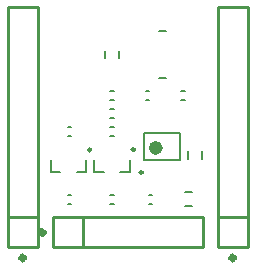
<source format=gto>
G04*
G04 #@! TF.GenerationSoftware,Altium Limited,Altium Designer,18.1.6 (161)*
G04*
G04 Layer_Color=65535*
%FSLAX44Y44*%
%MOMM*%
G71*
G01*
G75*
%ADD10C,0.5000*%
%ADD11C,0.2500*%
%ADD12C,0.6000*%
%ADD13C,0.2540*%
%ADD14C,0.2000*%
%ADD15C,0.1500*%
D10*
X94900Y26900D02*
G03*
X94900Y26900I-1500J0D01*
G01*
X256100Y5400D02*
G03*
X256100Y5400I-1500J0D01*
G01*
X78300Y5400D02*
G03*
X78300Y5400I-1500J0D01*
G01*
D11*
X171750Y97000D02*
G03*
X171750Y97000I-1250J0D01*
G01*
X134800Y96900D02*
G03*
X134800Y96900I-1250J0D01*
G01*
X178500Y77750D02*
G03*
X178500Y77750I-1250J0D01*
G01*
D12*
X192500Y98500D02*
G03*
X192500Y98500I-3000J0D01*
G01*
D13*
X127600Y14200D02*
Y39600D01*
X102200D02*
X127600D01*
X102200Y14200D02*
Y39600D01*
Y14200D02*
X229200D01*
Y39600D01*
X102200D02*
X229200D01*
X241900Y39600D02*
X267300D01*
X241900Y14200D02*
X241900Y39600D01*
X241900Y14200D02*
X267300D01*
X241900D02*
Y217400D01*
X267300D01*
Y14200D02*
Y217400D01*
X64100Y39600D02*
X89500D01*
X64100Y14200D02*
Y39600D01*
Y14200D02*
X89500D01*
X64100D02*
Y217400D01*
X89500D01*
Y14200D02*
Y217400D01*
D14*
X167500Y78000D02*
Y88000D01*
X159500Y78000D02*
X167500D01*
X137500D02*
Y88000D01*
Y78000D02*
X145500D01*
X130550Y77900D02*
Y87900D01*
X122550Y77900D02*
X130550D01*
X100550D02*
Y87900D01*
Y77900D02*
X108550D01*
X179500Y88500D02*
X210500D01*
X179500Y111500D02*
X210500D01*
X179500Y88500D02*
Y111500D01*
X210500Y88500D02*
Y111500D01*
X192000Y197500D02*
X198000D01*
X192000Y157500D02*
X198000D01*
X146500Y174500D02*
Y180500D01*
X158500Y174500D02*
Y180500D01*
X216500Y89500D02*
Y95500D01*
X228500Y89500D02*
Y95500D01*
X214500Y61000D02*
X220500D01*
X214500Y49000D02*
X220500D01*
D15*
X151000Y58750D02*
X154000D01*
X151000Y51250D02*
X154000D01*
X151000Y116250D02*
X154000D01*
X151000Y108750D02*
X154000D01*
X114850Y51250D02*
X117850D01*
X114850Y58750D02*
X117850D01*
X114850Y116250D02*
X117850D01*
X114850Y108750D02*
X117850D01*
X151000Y146250D02*
X154000D01*
X151000Y138750D02*
X154000D01*
X181000Y146250D02*
X184000D01*
X181000Y138750D02*
X184000D01*
X183500Y51250D02*
X186500D01*
X183500Y58750D02*
X186500D01*
X151000Y131250D02*
X154000D01*
X151000Y123750D02*
X154000D01*
X211000Y138750D02*
X214000D01*
X211000Y146250D02*
X214000D01*
M02*

</source>
